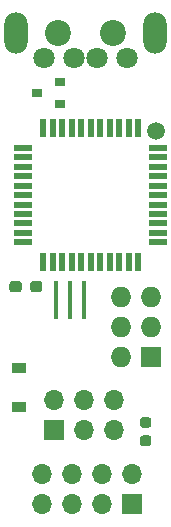
<source format=gbr>
%TF.GenerationSoftware,KiCad,Pcbnew,(5.1.9)-1*%
%TF.CreationDate,2021-02-13T16:54:45-05:00*%
%TF.ProjectId,mega_nrf24_usb,6d656761-5f6e-4726-9632-345f7573622e,rev?*%
%TF.SameCoordinates,Original*%
%TF.FileFunction,Soldermask,Top*%
%TF.FilePolarity,Negative*%
%FSLAX46Y46*%
G04 Gerber Fmt 4.6, Leading zero omitted, Abs format (unit mm)*
G04 Created by KiCad (PCBNEW (5.1.9)-1) date 2021-02-13 16:54:45*
%MOMM*%
%LPD*%
G01*
G04 APERTURE LIST*
%ADD10R,1.200000X0.900000*%
%ADD11R,0.900000X0.800000*%
%ADD12C,1.800000*%
%ADD13C,2.200000*%
%ADD14O,2.000000X3.500000*%
%ADD15C,1.500000*%
%ADD16O,1.727200X1.727200*%
%ADD17R,1.727200X1.727200*%
%ADD18R,0.400000X3.200000*%
%ADD19R,0.550000X1.500000*%
%ADD20R,1.500000X0.550000*%
%ADD21O,1.700000X1.700000*%
%ADD22R,1.700000X1.700000*%
G04 APERTURE END LIST*
D10*
%TO.C,D1*%
X142722600Y-124944600D03*
X142722600Y-128244600D03*
%TD*%
D11*
%TO.C,D3*%
X144253200Y-101635600D03*
X146253200Y-100685600D03*
X146253200Y-102585600D03*
%TD*%
%TO.C,C3*%
G36*
G01*
X142982200Y-117796300D02*
X142982200Y-118271300D01*
G75*
G02*
X142744700Y-118508800I-237500J0D01*
G01*
X142169700Y-118508800D01*
G75*
G02*
X141932200Y-118271300I0J237500D01*
G01*
X141932200Y-117796300D01*
G75*
G02*
X142169700Y-117558800I237500J0D01*
G01*
X142744700Y-117558800D01*
G75*
G02*
X142982200Y-117796300I0J-237500D01*
G01*
G37*
G36*
G01*
X144732200Y-117796300D02*
X144732200Y-118271300D01*
G75*
G02*
X144494700Y-118508800I-237500J0D01*
G01*
X143919700Y-118508800D01*
G75*
G02*
X143682200Y-118271300I0J237500D01*
G01*
X143682200Y-117796300D01*
G75*
G02*
X143919700Y-117558800I237500J0D01*
G01*
X144494700Y-117558800D01*
G75*
G02*
X144732200Y-117796300I0J-237500D01*
G01*
G37*
%TD*%
D12*
%TO.C,J2*%
X144878800Y-98670800D03*
X147378800Y-98670800D03*
X149378800Y-98670800D03*
X151878800Y-98670800D03*
D13*
X146078800Y-96570800D03*
X150678800Y-96570800D03*
D14*
X142528800Y-96570800D03*
X154228800Y-96570800D03*
%TD*%
D15*
%TO.C,TP1*%
X154381200Y-104851200D03*
%TD*%
D16*
%TO.C,J3*%
X151358600Y-118872000D03*
X153898600Y-118872000D03*
X151358600Y-121412000D03*
X153898600Y-121412000D03*
X151358600Y-123952000D03*
D17*
X153898600Y-123952000D03*
%TD*%
D18*
%TO.C,Y1*%
X145840600Y-119151400D03*
X147040600Y-119151400D03*
X148240600Y-119151400D03*
%TD*%
D19*
%TO.C,32u4*%
X144818600Y-104586800D03*
X145618600Y-104586800D03*
X146418600Y-104586800D03*
X147218600Y-104586800D03*
X148018600Y-104586800D03*
X148818600Y-104586800D03*
X149618600Y-104586800D03*
X150418600Y-104586800D03*
X151218600Y-104586800D03*
X152018600Y-104586800D03*
X152818600Y-104586800D03*
D20*
X154518600Y-106286800D03*
X154518600Y-107086800D03*
X154518600Y-107886800D03*
X154518600Y-108686800D03*
X154518600Y-109486800D03*
X154518600Y-110286800D03*
X154518600Y-111086800D03*
X154518600Y-111886800D03*
X154518600Y-112686800D03*
X154518600Y-113486800D03*
X154518600Y-114286800D03*
D19*
X152818600Y-115986800D03*
X152018600Y-115986800D03*
X151218600Y-115986800D03*
X150418600Y-115986800D03*
X149618600Y-115986800D03*
X148818600Y-115986800D03*
X148018600Y-115986800D03*
X147218600Y-115986800D03*
X146418600Y-115986800D03*
X145618600Y-115986800D03*
X144818600Y-115986800D03*
D20*
X143118600Y-114286800D03*
X143118600Y-113486800D03*
X143118600Y-112686800D03*
X143118600Y-111886800D03*
X143118600Y-111086800D03*
X143118600Y-110286800D03*
X143118600Y-109486800D03*
X143118600Y-108686800D03*
X143118600Y-107886800D03*
X143118600Y-107086800D03*
X143118600Y-106286800D03*
%TD*%
D21*
%TO.C,ICSP1*%
X150825200Y-127635000D03*
X150825200Y-130175000D03*
X148285200Y-127635000D03*
X148285200Y-130175000D03*
X145745200Y-127635000D03*
D22*
X145745200Y-130175000D03*
%TD*%
D21*
%TO.C,J1*%
X144678400Y-133934200D03*
X144678400Y-136474200D03*
X147218400Y-133934200D03*
X147218400Y-136474200D03*
X149758400Y-133934200D03*
X149758400Y-136474200D03*
X152298400Y-133934200D03*
D22*
X152298400Y-136474200D03*
%TD*%
%TO.C,C1*%
G36*
G01*
X153716800Y-129990000D02*
X153216800Y-129990000D01*
G75*
G02*
X152991800Y-129765000I0J225000D01*
G01*
X152991800Y-129315000D01*
G75*
G02*
X153216800Y-129090000I225000J0D01*
G01*
X153716800Y-129090000D01*
G75*
G02*
X153941800Y-129315000I0J-225000D01*
G01*
X153941800Y-129765000D01*
G75*
G02*
X153716800Y-129990000I-225000J0D01*
G01*
G37*
G36*
G01*
X153716800Y-131540000D02*
X153216800Y-131540000D01*
G75*
G02*
X152991800Y-131315000I0J225000D01*
G01*
X152991800Y-130865000D01*
G75*
G02*
X153216800Y-130640000I225000J0D01*
G01*
X153716800Y-130640000D01*
G75*
G02*
X153941800Y-130865000I0J-225000D01*
G01*
X153941800Y-131315000D01*
G75*
G02*
X153716800Y-131540000I-225000J0D01*
G01*
G37*
%TD*%
M02*

</source>
